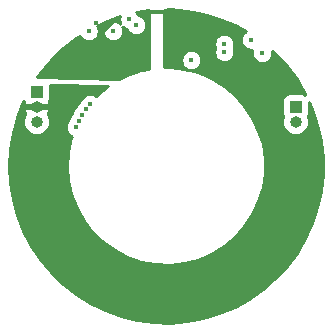
<source format=gbr>
G04 #@! TF.GenerationSoftware,KiCad,Pcbnew,(5.1.4)-1*
G04 #@! TF.CreationDate,2020-05-09T12:02:50-07:00*
G04 #@! TF.ProjectId,Kicad LED Rings_Circular_final,4b696361-6420-44c4-9544-2052696e6773,rev?*
G04 #@! TF.SameCoordinates,Original*
G04 #@! TF.FileFunction,Copper,L2,Inr*
G04 #@! TF.FilePolarity,Positive*
%FSLAX46Y46*%
G04 Gerber Fmt 4.6, Leading zero omitted, Abs format (unit mm)*
G04 Created by KiCad (PCBNEW (5.1.4)-1) date 2020-05-09 12:02:50*
%MOMM*%
%LPD*%
G04 APERTURE LIST*
%ADD10R,1.000000X1.000000*%
%ADD11O,1.000000X1.000000*%
%ADD12C,0.450000*%
%ADD13C,0.304800*%
%ADD14C,0.254000*%
G04 APERTURE END LIST*
D10*
X98680000Y-73630000D03*
D11*
X98680000Y-74900000D03*
X98680000Y-76170000D03*
D10*
X120611900Y-74899520D03*
D11*
X120611900Y-76169520D03*
D12*
X103210360Y-74673460D03*
X102859840Y-75125580D03*
X102532180Y-75585320D03*
X102235000Y-76111100D03*
X102001320Y-76631800D03*
X114581940Y-70271640D03*
X112748060Y-71963280D03*
X112087660Y-67020021D03*
X103723440Y-67843400D03*
X107119420Y-67978021D03*
X106535220Y-67499021D03*
X111785400Y-70947280D03*
X117782340Y-70335140D03*
X116850160Y-69212460D03*
X114579400Y-69557900D03*
X103098600Y-68491100D03*
X105173780Y-68493640D03*
D13*
X104631699Y-68243241D02*
X104406700Y-68468240D01*
X105375919Y-67499021D02*
X104631699Y-68243241D01*
X109661960Y-66893440D02*
X107566460Y-66893440D01*
D14*
G36*
X108182292Y-71688186D02*
G01*
X107531941Y-71808312D01*
X106374897Y-72203040D01*
X105672325Y-72564257D01*
X98742415Y-72390516D01*
X99002019Y-71999179D01*
X99903211Y-70912184D01*
X100914837Y-69927138D01*
X102025437Y-69055202D01*
X102324018Y-68868382D01*
X102336478Y-68898463D01*
X102430595Y-69039318D01*
X102550382Y-69159105D01*
X102691237Y-69253222D01*
X102847747Y-69318051D01*
X103013897Y-69351100D01*
X103183303Y-69351100D01*
X103349453Y-69318051D01*
X103505963Y-69253222D01*
X103646818Y-69159105D01*
X103766605Y-69039318D01*
X103860722Y-68898463D01*
X103925551Y-68741953D01*
X103958600Y-68575803D01*
X103958600Y-68406397D01*
X103925551Y-68240247D01*
X103860722Y-68083737D01*
X103816410Y-68017420D01*
X104492242Y-67688784D01*
X105707822Y-67250416D01*
X105675220Y-67414318D01*
X105675220Y-67583724D01*
X105708269Y-67749874D01*
X105752133Y-67855770D01*
X105721998Y-67825635D01*
X105581143Y-67731518D01*
X105424633Y-67666689D01*
X105258483Y-67633640D01*
X105089077Y-67633640D01*
X104922927Y-67666689D01*
X104766417Y-67731518D01*
X104625562Y-67825635D01*
X104505775Y-67945422D01*
X104411658Y-68086277D01*
X104346829Y-68242787D01*
X104313780Y-68408937D01*
X104313780Y-68578343D01*
X104346829Y-68744493D01*
X104411658Y-68901003D01*
X104505775Y-69041858D01*
X104625562Y-69161645D01*
X104766417Y-69255762D01*
X104922927Y-69320591D01*
X105089077Y-69353640D01*
X105258483Y-69353640D01*
X105424633Y-69320591D01*
X105581143Y-69255762D01*
X105721998Y-69161645D01*
X105841785Y-69041858D01*
X105935902Y-68901003D01*
X106000731Y-68744493D01*
X106033780Y-68578343D01*
X106033780Y-68408937D01*
X106000731Y-68242787D01*
X105956867Y-68136891D01*
X105987002Y-68167026D01*
X106127857Y-68261143D01*
X106284367Y-68325972D01*
X106337027Y-68336447D01*
X106357298Y-68385384D01*
X106451415Y-68526239D01*
X106571202Y-68646026D01*
X106712057Y-68740143D01*
X106868567Y-68804972D01*
X107034717Y-68838021D01*
X107204123Y-68838021D01*
X107370273Y-68804972D01*
X107526783Y-68740143D01*
X107667638Y-68646026D01*
X107787425Y-68526239D01*
X107881542Y-68385384D01*
X107946371Y-68228874D01*
X107979420Y-68062724D01*
X107979420Y-67893318D01*
X107946371Y-67727168D01*
X107881542Y-67570658D01*
X107787425Y-67429803D01*
X107667638Y-67310016D01*
X107526783Y-67215899D01*
X107370273Y-67151070D01*
X107317613Y-67140595D01*
X107297342Y-67091658D01*
X107203225Y-66950803D01*
X107139873Y-66887451D01*
X107192142Y-66874681D01*
X108196877Y-66740137D01*
X108182292Y-71688186D01*
X108182292Y-71688186D01*
G37*
X108182292Y-71688186D02*
X107531941Y-71808312D01*
X106374897Y-72203040D01*
X105672325Y-72564257D01*
X98742415Y-72390516D01*
X99002019Y-71999179D01*
X99903211Y-70912184D01*
X100914837Y-69927138D01*
X102025437Y-69055202D01*
X102324018Y-68868382D01*
X102336478Y-68898463D01*
X102430595Y-69039318D01*
X102550382Y-69159105D01*
X102691237Y-69253222D01*
X102847747Y-69318051D01*
X103013897Y-69351100D01*
X103183303Y-69351100D01*
X103349453Y-69318051D01*
X103505963Y-69253222D01*
X103646818Y-69159105D01*
X103766605Y-69039318D01*
X103860722Y-68898463D01*
X103925551Y-68741953D01*
X103958600Y-68575803D01*
X103958600Y-68406397D01*
X103925551Y-68240247D01*
X103860722Y-68083737D01*
X103816410Y-68017420D01*
X104492242Y-67688784D01*
X105707822Y-67250416D01*
X105675220Y-67414318D01*
X105675220Y-67583724D01*
X105708269Y-67749874D01*
X105752133Y-67855770D01*
X105721998Y-67825635D01*
X105581143Y-67731518D01*
X105424633Y-67666689D01*
X105258483Y-67633640D01*
X105089077Y-67633640D01*
X104922927Y-67666689D01*
X104766417Y-67731518D01*
X104625562Y-67825635D01*
X104505775Y-67945422D01*
X104411658Y-68086277D01*
X104346829Y-68242787D01*
X104313780Y-68408937D01*
X104313780Y-68578343D01*
X104346829Y-68744493D01*
X104411658Y-68901003D01*
X104505775Y-69041858D01*
X104625562Y-69161645D01*
X104766417Y-69255762D01*
X104922927Y-69320591D01*
X105089077Y-69353640D01*
X105258483Y-69353640D01*
X105424633Y-69320591D01*
X105581143Y-69255762D01*
X105721998Y-69161645D01*
X105841785Y-69041858D01*
X105935902Y-68901003D01*
X106000731Y-68744493D01*
X106033780Y-68578343D01*
X106033780Y-68408937D01*
X106000731Y-68242787D01*
X105956867Y-68136891D01*
X105987002Y-68167026D01*
X106127857Y-68261143D01*
X106284367Y-68325972D01*
X106337027Y-68336447D01*
X106357298Y-68385384D01*
X106451415Y-68526239D01*
X106571202Y-68646026D01*
X106712057Y-68740143D01*
X106868567Y-68804972D01*
X107034717Y-68838021D01*
X107204123Y-68838021D01*
X107370273Y-68804972D01*
X107526783Y-68740143D01*
X107667638Y-68646026D01*
X107787425Y-68526239D01*
X107881542Y-68385384D01*
X107946371Y-68228874D01*
X107979420Y-68062724D01*
X107979420Y-67893318D01*
X107946371Y-67727168D01*
X107881542Y-67570658D01*
X107787425Y-67429803D01*
X107667638Y-67310016D01*
X107526783Y-67215899D01*
X107370273Y-67151070D01*
X107317613Y-67140595D01*
X107297342Y-67091658D01*
X107203225Y-66950803D01*
X107139873Y-66887451D01*
X107192142Y-66874681D01*
X108196877Y-66740137D01*
X108182292Y-71688186D01*
G36*
X111410606Y-66762344D02*
G01*
X112798142Y-67023969D01*
X114150008Y-67431598D01*
X115450888Y-67980612D01*
X116377570Y-68493922D01*
X116301942Y-68544455D01*
X116182155Y-68664242D01*
X116088038Y-68805097D01*
X116023209Y-68961607D01*
X115990160Y-69127757D01*
X115990160Y-69297163D01*
X116023209Y-69463313D01*
X116088038Y-69619823D01*
X116182155Y-69760678D01*
X116301942Y-69880465D01*
X116442797Y-69974582D01*
X116599307Y-70039411D01*
X116765457Y-70072460D01*
X116934863Y-70072460D01*
X116962571Y-70066949D01*
X116955389Y-70084287D01*
X116922340Y-70250437D01*
X116922340Y-70419843D01*
X116955389Y-70585993D01*
X117020218Y-70742503D01*
X117114335Y-70883358D01*
X117234122Y-71003145D01*
X117374977Y-71097262D01*
X117531487Y-71162091D01*
X117697637Y-71195140D01*
X117867043Y-71195140D01*
X118033193Y-71162091D01*
X118189703Y-71097262D01*
X118330558Y-71003145D01*
X118450345Y-70883358D01*
X118544462Y-70742503D01*
X118609291Y-70585993D01*
X118642340Y-70419843D01*
X118642340Y-70250437D01*
X118624692Y-70161711D01*
X118904092Y-70406191D01*
X119861859Y-71443682D01*
X120703921Y-72577099D01*
X121420738Y-73793602D01*
X121451276Y-73860902D01*
X121356080Y-73810018D01*
X121236382Y-73773708D01*
X121111900Y-73761448D01*
X120111900Y-73761448D01*
X119987418Y-73773708D01*
X119867720Y-73810018D01*
X119757406Y-73868983D01*
X119660715Y-73948335D01*
X119581363Y-74045026D01*
X119522398Y-74155340D01*
X119486088Y-74275038D01*
X119473828Y-74399520D01*
X119473828Y-75399520D01*
X119486088Y-75524002D01*
X119522398Y-75643700D01*
X119564197Y-75721899D01*
X119558224Y-75733073D01*
X119493323Y-75947021D01*
X119471409Y-76169520D01*
X119493323Y-76392019D01*
X119558224Y-76605967D01*
X119663616Y-76803143D01*
X119805451Y-76975969D01*
X119978277Y-77117804D01*
X120175453Y-77223196D01*
X120389401Y-77288097D01*
X120556148Y-77304520D01*
X120667652Y-77304520D01*
X120834399Y-77288097D01*
X121048347Y-77223196D01*
X121245523Y-77117804D01*
X121418349Y-76975969D01*
X121560184Y-76803143D01*
X121665576Y-76605967D01*
X121730477Y-76392019D01*
X121752391Y-76169520D01*
X121730477Y-75947021D01*
X121665576Y-75733073D01*
X121659603Y-75721899D01*
X121701402Y-75643700D01*
X121737712Y-75524002D01*
X121749972Y-75399520D01*
X121749972Y-74519167D01*
X122004187Y-75079405D01*
X122447659Y-76419941D01*
X122746129Y-77800020D01*
X122896213Y-79204007D01*
X122896213Y-80615993D01*
X122746129Y-82019980D01*
X122447659Y-83400059D01*
X122004187Y-84740595D01*
X121420738Y-86026398D01*
X120703921Y-87242901D01*
X119861859Y-88376318D01*
X118904092Y-89413809D01*
X117841473Y-90343617D01*
X116686041Y-91155209D01*
X115450888Y-91839388D01*
X114150008Y-92388402D01*
X112798142Y-92796031D01*
X111410606Y-93057656D01*
X110003122Y-93170313D01*
X108591636Y-93132725D01*
X107192142Y-92945319D01*
X105820497Y-92610217D01*
X104492242Y-92131216D01*
X103222426Y-91513745D01*
X102025437Y-90764798D01*
X100914837Y-89892862D01*
X99903211Y-88907816D01*
X99002019Y-87820821D01*
X98221473Y-86644194D01*
X97570417Y-85391265D01*
X97056227Y-84076232D01*
X96684730Y-82713993D01*
X96460135Y-81319985D01*
X96384986Y-79910000D01*
X96460135Y-78500015D01*
X96684730Y-77106007D01*
X96939989Y-76170000D01*
X97539509Y-76170000D01*
X97561423Y-76392499D01*
X97626324Y-76606447D01*
X97731716Y-76803623D01*
X97873551Y-76976449D01*
X98046377Y-77118284D01*
X98243553Y-77223676D01*
X98457501Y-77288577D01*
X98624248Y-77305000D01*
X98735752Y-77305000D01*
X98902499Y-77288577D01*
X99116447Y-77223676D01*
X99313623Y-77118284D01*
X99486449Y-76976449D01*
X99628284Y-76803623D01*
X99733676Y-76606447D01*
X99798577Y-76392499D01*
X99820491Y-76170000D01*
X99798577Y-75947501D01*
X99733676Y-75733553D01*
X99628284Y-75536377D01*
X99620274Y-75526617D01*
X99667123Y-75460206D01*
X99757446Y-75256864D01*
X99774119Y-75201874D01*
X99647954Y-75027000D01*
X98807000Y-75027000D01*
X98807000Y-75042017D01*
X98735752Y-75035000D01*
X98624248Y-75035000D01*
X98553000Y-75042017D01*
X98553000Y-75027000D01*
X97712046Y-75027000D01*
X97585881Y-75201874D01*
X97602554Y-75256864D01*
X97692877Y-75460206D01*
X97739726Y-75526617D01*
X97731716Y-75536377D01*
X97626324Y-75733553D01*
X97561423Y-75947501D01*
X97539509Y-76170000D01*
X96939989Y-76170000D01*
X97056227Y-75743768D01*
X97570417Y-74428735D01*
X97594690Y-74382023D01*
X97638070Y-74463180D01*
X97602554Y-74543136D01*
X97585881Y-74598126D01*
X97712046Y-74773000D01*
X98553000Y-74773000D01*
X98553000Y-74768072D01*
X98807000Y-74768072D01*
X98807000Y-74773000D01*
X99647954Y-74773000D01*
X99774119Y-74598126D01*
X99757446Y-74543136D01*
X99721930Y-74463180D01*
X99769502Y-74374180D01*
X99805812Y-74254482D01*
X99818072Y-74130000D01*
X99818072Y-73130000D01*
X99807393Y-73021575D01*
X104742814Y-73151831D01*
X104293392Y-73473365D01*
X103748491Y-73998715D01*
X103617723Y-73911338D01*
X103461213Y-73846509D01*
X103295063Y-73813460D01*
X103125657Y-73813460D01*
X102959507Y-73846509D01*
X102802997Y-73911338D01*
X102662142Y-74005455D01*
X102542355Y-74125242D01*
X102448238Y-74266097D01*
X102390854Y-74404634D01*
X102311622Y-74457575D01*
X102191835Y-74577362D01*
X102097718Y-74718217D01*
X102032889Y-74874727D01*
X102030619Y-74886140D01*
X101983962Y-74917315D01*
X101864175Y-75037102D01*
X101770058Y-75177957D01*
X101705229Y-75334467D01*
X101682837Y-75447040D01*
X101566995Y-75562882D01*
X101472878Y-75703737D01*
X101408049Y-75860247D01*
X101375000Y-76026397D01*
X101375000Y-76041897D01*
X101333315Y-76083582D01*
X101239198Y-76224437D01*
X101174369Y-76380947D01*
X101141320Y-76547097D01*
X101141320Y-76716503D01*
X101174369Y-76882653D01*
X101239198Y-77039163D01*
X101333315Y-77180018D01*
X101453102Y-77299805D01*
X101593957Y-77393922D01*
X101660183Y-77421354D01*
X101631073Y-77497464D01*
X101365259Y-78690739D01*
X101276021Y-79910000D01*
X101365259Y-81129261D01*
X101631073Y-82322536D01*
X102067795Y-83464391D01*
X102666120Y-84530491D01*
X103413293Y-85498114D01*
X104293392Y-86346635D01*
X105287657Y-87057971D01*
X106374897Y-87616960D01*
X107531941Y-88011688D01*
X108734128Y-88233743D01*
X109955835Y-88278392D01*
X111171023Y-88144684D01*
X112353794Y-87835467D01*
X113478938Y-87357332D01*
X114522474Y-86720471D01*
X115462163Y-85938457D01*
X116277975Y-85027956D01*
X116952523Y-84008375D01*
X117471431Y-82901444D01*
X117823639Y-81730756D01*
X118001640Y-80521261D01*
X118001640Y-79298739D01*
X117823639Y-78089244D01*
X117471431Y-76918556D01*
X116952523Y-75811625D01*
X116277975Y-74792044D01*
X115462163Y-73881543D01*
X114522474Y-73099529D01*
X113478938Y-72462668D01*
X112353794Y-71984533D01*
X111596561Y-71786566D01*
X111700697Y-71807280D01*
X111870103Y-71807280D01*
X112036253Y-71774231D01*
X112192763Y-71709402D01*
X112333618Y-71615285D01*
X112453405Y-71495498D01*
X112547522Y-71354643D01*
X112612351Y-71198133D01*
X112645400Y-71031983D01*
X112645400Y-70862577D01*
X112612351Y-70696427D01*
X112547522Y-70539917D01*
X112453405Y-70399062D01*
X112333618Y-70279275D01*
X112192763Y-70185158D01*
X112036253Y-70120329D01*
X111870103Y-70087280D01*
X111700697Y-70087280D01*
X111534547Y-70120329D01*
X111378037Y-70185158D01*
X111237182Y-70279275D01*
X111117395Y-70399062D01*
X111023278Y-70539917D01*
X110958449Y-70696427D01*
X110925400Y-70862577D01*
X110925400Y-71031983D01*
X110958449Y-71198133D01*
X111023278Y-71354643D01*
X111117395Y-71495498D01*
X111237182Y-71615285D01*
X111378037Y-71709402D01*
X111509169Y-71763719D01*
X111171023Y-71675316D01*
X109955835Y-71541608D01*
X109480672Y-71558973D01*
X109481130Y-69473197D01*
X113719400Y-69473197D01*
X113719400Y-69642603D01*
X113752449Y-69808753D01*
X113797633Y-69917836D01*
X113754989Y-70020787D01*
X113721940Y-70186937D01*
X113721940Y-70356343D01*
X113754989Y-70522493D01*
X113819818Y-70679003D01*
X113913935Y-70819858D01*
X114033722Y-70939645D01*
X114174577Y-71033762D01*
X114331087Y-71098591D01*
X114497237Y-71131640D01*
X114666643Y-71131640D01*
X114832793Y-71098591D01*
X114989303Y-71033762D01*
X115130158Y-70939645D01*
X115249945Y-70819858D01*
X115344062Y-70679003D01*
X115408891Y-70522493D01*
X115441940Y-70356343D01*
X115441940Y-70186937D01*
X115408891Y-70020787D01*
X115363707Y-69911704D01*
X115406351Y-69808753D01*
X115439400Y-69642603D01*
X115439400Y-69473197D01*
X115406351Y-69307047D01*
X115341522Y-69150537D01*
X115247405Y-69009682D01*
X115127618Y-68889895D01*
X114986763Y-68795778D01*
X114830253Y-68730949D01*
X114664103Y-68697900D01*
X114494697Y-68697900D01*
X114328547Y-68730949D01*
X114172037Y-68795778D01*
X114031182Y-68889895D01*
X113911395Y-69009682D01*
X113817278Y-69150537D01*
X113752449Y-69307047D01*
X113719400Y-69473197D01*
X109481130Y-69473197D01*
X109481749Y-66663571D01*
X110003122Y-66649687D01*
X111410606Y-66762344D01*
X111410606Y-66762344D01*
G37*
X111410606Y-66762344D02*
X112798142Y-67023969D01*
X114150008Y-67431598D01*
X115450888Y-67980612D01*
X116377570Y-68493922D01*
X116301942Y-68544455D01*
X116182155Y-68664242D01*
X116088038Y-68805097D01*
X116023209Y-68961607D01*
X115990160Y-69127757D01*
X115990160Y-69297163D01*
X116023209Y-69463313D01*
X116088038Y-69619823D01*
X116182155Y-69760678D01*
X116301942Y-69880465D01*
X116442797Y-69974582D01*
X116599307Y-70039411D01*
X116765457Y-70072460D01*
X116934863Y-70072460D01*
X116962571Y-70066949D01*
X116955389Y-70084287D01*
X116922340Y-70250437D01*
X116922340Y-70419843D01*
X116955389Y-70585993D01*
X117020218Y-70742503D01*
X117114335Y-70883358D01*
X117234122Y-71003145D01*
X117374977Y-71097262D01*
X117531487Y-71162091D01*
X117697637Y-71195140D01*
X117867043Y-71195140D01*
X118033193Y-71162091D01*
X118189703Y-71097262D01*
X118330558Y-71003145D01*
X118450345Y-70883358D01*
X118544462Y-70742503D01*
X118609291Y-70585993D01*
X118642340Y-70419843D01*
X118642340Y-70250437D01*
X118624692Y-70161711D01*
X118904092Y-70406191D01*
X119861859Y-71443682D01*
X120703921Y-72577099D01*
X121420738Y-73793602D01*
X121451276Y-73860902D01*
X121356080Y-73810018D01*
X121236382Y-73773708D01*
X121111900Y-73761448D01*
X120111900Y-73761448D01*
X119987418Y-73773708D01*
X119867720Y-73810018D01*
X119757406Y-73868983D01*
X119660715Y-73948335D01*
X119581363Y-74045026D01*
X119522398Y-74155340D01*
X119486088Y-74275038D01*
X119473828Y-74399520D01*
X119473828Y-75399520D01*
X119486088Y-75524002D01*
X119522398Y-75643700D01*
X119564197Y-75721899D01*
X119558224Y-75733073D01*
X119493323Y-75947021D01*
X119471409Y-76169520D01*
X119493323Y-76392019D01*
X119558224Y-76605967D01*
X119663616Y-76803143D01*
X119805451Y-76975969D01*
X119978277Y-77117804D01*
X120175453Y-77223196D01*
X120389401Y-77288097D01*
X120556148Y-77304520D01*
X120667652Y-77304520D01*
X120834399Y-77288097D01*
X121048347Y-77223196D01*
X121245523Y-77117804D01*
X121418349Y-76975969D01*
X121560184Y-76803143D01*
X121665576Y-76605967D01*
X121730477Y-76392019D01*
X121752391Y-76169520D01*
X121730477Y-75947021D01*
X121665576Y-75733073D01*
X121659603Y-75721899D01*
X121701402Y-75643700D01*
X121737712Y-75524002D01*
X121749972Y-75399520D01*
X121749972Y-74519167D01*
X122004187Y-75079405D01*
X122447659Y-76419941D01*
X122746129Y-77800020D01*
X122896213Y-79204007D01*
X122896213Y-80615993D01*
X122746129Y-82019980D01*
X122447659Y-83400059D01*
X122004187Y-84740595D01*
X121420738Y-86026398D01*
X120703921Y-87242901D01*
X119861859Y-88376318D01*
X118904092Y-89413809D01*
X117841473Y-90343617D01*
X116686041Y-91155209D01*
X115450888Y-91839388D01*
X114150008Y-92388402D01*
X112798142Y-92796031D01*
X111410606Y-93057656D01*
X110003122Y-93170313D01*
X108591636Y-93132725D01*
X107192142Y-92945319D01*
X105820497Y-92610217D01*
X104492242Y-92131216D01*
X103222426Y-91513745D01*
X102025437Y-90764798D01*
X100914837Y-89892862D01*
X99903211Y-88907816D01*
X99002019Y-87820821D01*
X98221473Y-86644194D01*
X97570417Y-85391265D01*
X97056227Y-84076232D01*
X96684730Y-82713993D01*
X96460135Y-81319985D01*
X96384986Y-79910000D01*
X96460135Y-78500015D01*
X96684730Y-77106007D01*
X96939989Y-76170000D01*
X97539509Y-76170000D01*
X97561423Y-76392499D01*
X97626324Y-76606447D01*
X97731716Y-76803623D01*
X97873551Y-76976449D01*
X98046377Y-77118284D01*
X98243553Y-77223676D01*
X98457501Y-77288577D01*
X98624248Y-77305000D01*
X98735752Y-77305000D01*
X98902499Y-77288577D01*
X99116447Y-77223676D01*
X99313623Y-77118284D01*
X99486449Y-76976449D01*
X99628284Y-76803623D01*
X99733676Y-76606447D01*
X99798577Y-76392499D01*
X99820491Y-76170000D01*
X99798577Y-75947501D01*
X99733676Y-75733553D01*
X99628284Y-75536377D01*
X99620274Y-75526617D01*
X99667123Y-75460206D01*
X99757446Y-75256864D01*
X99774119Y-75201874D01*
X99647954Y-75027000D01*
X98807000Y-75027000D01*
X98807000Y-75042017D01*
X98735752Y-75035000D01*
X98624248Y-75035000D01*
X98553000Y-75042017D01*
X98553000Y-75027000D01*
X97712046Y-75027000D01*
X97585881Y-75201874D01*
X97602554Y-75256864D01*
X97692877Y-75460206D01*
X97739726Y-75526617D01*
X97731716Y-75536377D01*
X97626324Y-75733553D01*
X97561423Y-75947501D01*
X97539509Y-76170000D01*
X96939989Y-76170000D01*
X97056227Y-75743768D01*
X97570417Y-74428735D01*
X97594690Y-74382023D01*
X97638070Y-74463180D01*
X97602554Y-74543136D01*
X97585881Y-74598126D01*
X97712046Y-74773000D01*
X98553000Y-74773000D01*
X98553000Y-74768072D01*
X98807000Y-74768072D01*
X98807000Y-74773000D01*
X99647954Y-74773000D01*
X99774119Y-74598126D01*
X99757446Y-74543136D01*
X99721930Y-74463180D01*
X99769502Y-74374180D01*
X99805812Y-74254482D01*
X99818072Y-74130000D01*
X99818072Y-73130000D01*
X99807393Y-73021575D01*
X104742814Y-73151831D01*
X104293392Y-73473365D01*
X103748491Y-73998715D01*
X103617723Y-73911338D01*
X103461213Y-73846509D01*
X103295063Y-73813460D01*
X103125657Y-73813460D01*
X102959507Y-73846509D01*
X102802997Y-73911338D01*
X102662142Y-74005455D01*
X102542355Y-74125242D01*
X102448238Y-74266097D01*
X102390854Y-74404634D01*
X102311622Y-74457575D01*
X102191835Y-74577362D01*
X102097718Y-74718217D01*
X102032889Y-74874727D01*
X102030619Y-74886140D01*
X101983962Y-74917315D01*
X101864175Y-75037102D01*
X101770058Y-75177957D01*
X101705229Y-75334467D01*
X101682837Y-75447040D01*
X101566995Y-75562882D01*
X101472878Y-75703737D01*
X101408049Y-75860247D01*
X101375000Y-76026397D01*
X101375000Y-76041897D01*
X101333315Y-76083582D01*
X101239198Y-76224437D01*
X101174369Y-76380947D01*
X101141320Y-76547097D01*
X101141320Y-76716503D01*
X101174369Y-76882653D01*
X101239198Y-77039163D01*
X101333315Y-77180018D01*
X101453102Y-77299805D01*
X101593957Y-77393922D01*
X101660183Y-77421354D01*
X101631073Y-77497464D01*
X101365259Y-78690739D01*
X101276021Y-79910000D01*
X101365259Y-81129261D01*
X101631073Y-82322536D01*
X102067795Y-83464391D01*
X102666120Y-84530491D01*
X103413293Y-85498114D01*
X104293392Y-86346635D01*
X105287657Y-87057971D01*
X106374897Y-87616960D01*
X107531941Y-88011688D01*
X108734128Y-88233743D01*
X109955835Y-88278392D01*
X111171023Y-88144684D01*
X112353794Y-87835467D01*
X113478938Y-87357332D01*
X114522474Y-86720471D01*
X115462163Y-85938457D01*
X116277975Y-85027956D01*
X116952523Y-84008375D01*
X117471431Y-82901444D01*
X117823639Y-81730756D01*
X118001640Y-80521261D01*
X118001640Y-79298739D01*
X117823639Y-78089244D01*
X117471431Y-76918556D01*
X116952523Y-75811625D01*
X116277975Y-74792044D01*
X115462163Y-73881543D01*
X114522474Y-73099529D01*
X113478938Y-72462668D01*
X112353794Y-71984533D01*
X111596561Y-71786566D01*
X111700697Y-71807280D01*
X111870103Y-71807280D01*
X112036253Y-71774231D01*
X112192763Y-71709402D01*
X112333618Y-71615285D01*
X112453405Y-71495498D01*
X112547522Y-71354643D01*
X112612351Y-71198133D01*
X112645400Y-71031983D01*
X112645400Y-70862577D01*
X112612351Y-70696427D01*
X112547522Y-70539917D01*
X112453405Y-70399062D01*
X112333618Y-70279275D01*
X112192763Y-70185158D01*
X112036253Y-70120329D01*
X111870103Y-70087280D01*
X111700697Y-70087280D01*
X111534547Y-70120329D01*
X111378037Y-70185158D01*
X111237182Y-70279275D01*
X111117395Y-70399062D01*
X111023278Y-70539917D01*
X110958449Y-70696427D01*
X110925400Y-70862577D01*
X110925400Y-71031983D01*
X110958449Y-71198133D01*
X111023278Y-71354643D01*
X111117395Y-71495498D01*
X111237182Y-71615285D01*
X111378037Y-71709402D01*
X111509169Y-71763719D01*
X111171023Y-71675316D01*
X109955835Y-71541608D01*
X109480672Y-71558973D01*
X109481130Y-69473197D01*
X113719400Y-69473197D01*
X113719400Y-69642603D01*
X113752449Y-69808753D01*
X113797633Y-69917836D01*
X113754989Y-70020787D01*
X113721940Y-70186937D01*
X113721940Y-70356343D01*
X113754989Y-70522493D01*
X113819818Y-70679003D01*
X113913935Y-70819858D01*
X114033722Y-70939645D01*
X114174577Y-71033762D01*
X114331087Y-71098591D01*
X114497237Y-71131640D01*
X114666643Y-71131640D01*
X114832793Y-71098591D01*
X114989303Y-71033762D01*
X115130158Y-70939645D01*
X115249945Y-70819858D01*
X115344062Y-70679003D01*
X115408891Y-70522493D01*
X115441940Y-70356343D01*
X115441940Y-70186937D01*
X115408891Y-70020787D01*
X115363707Y-69911704D01*
X115406351Y-69808753D01*
X115439400Y-69642603D01*
X115439400Y-69473197D01*
X115406351Y-69307047D01*
X115341522Y-69150537D01*
X115247405Y-69009682D01*
X115127618Y-68889895D01*
X114986763Y-68795778D01*
X114830253Y-68730949D01*
X114664103Y-68697900D01*
X114494697Y-68697900D01*
X114328547Y-68730949D01*
X114172037Y-68795778D01*
X114031182Y-68889895D01*
X113911395Y-69009682D01*
X113817278Y-69150537D01*
X113752449Y-69307047D01*
X113719400Y-69473197D01*
X109481130Y-69473197D01*
X109481749Y-66663571D01*
X110003122Y-66649687D01*
X111410606Y-66762344D01*
M02*

</source>
